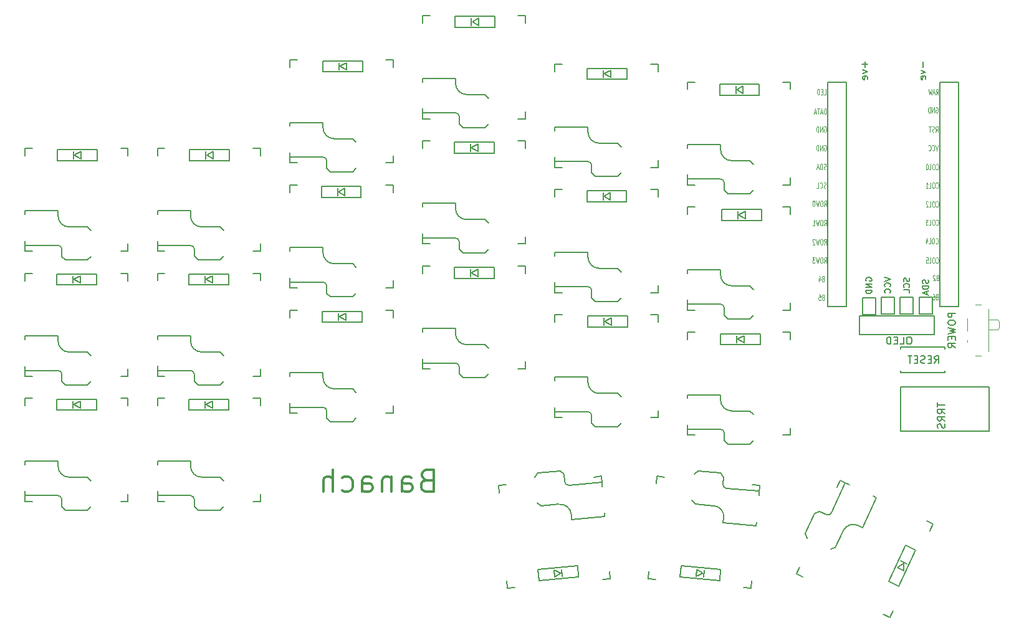
<source format=gbo>
%TF.GenerationSoftware,KiCad,Pcbnew,6.0.8-f2edbf62ab~116~ubuntu22.04.1*%
%TF.CreationDate,2022-10-26T10:35:28+11:00*%
%TF.ProjectId,banach,62616e61-6368-42e6-9b69-6361645f7063,rev1.0*%
%TF.SameCoordinates,Original*%
%TF.FileFunction,Legend,Bot*%
%TF.FilePolarity,Positive*%
%FSLAX46Y46*%
G04 Gerber Fmt 4.6, Leading zero omitted, Abs format (unit mm)*
G04 Created by KiCad (PCBNEW 6.0.8-f2edbf62ab~116~ubuntu22.04.1) date 2022-10-26 10:35:28*
%MOMM*%
%LPD*%
G01*
G04 APERTURE LIST*
%ADD10C,0.300000*%
%ADD11C,0.150000*%
%ADD12C,0.125000*%
%ADD13C,0.120000*%
G04 APERTURE END LIST*
D10*
X115438714Y-108497714D02*
X115010142Y-108640571D01*
X114867285Y-108783428D01*
X114724428Y-109069142D01*
X114724428Y-109497714D01*
X114867285Y-109783428D01*
X115010142Y-109926285D01*
X115295857Y-110069142D01*
X116438714Y-110069142D01*
X116438714Y-107069142D01*
X115438714Y-107069142D01*
X115153000Y-107212000D01*
X115010142Y-107354857D01*
X114867285Y-107640571D01*
X114867285Y-107926285D01*
X115010142Y-108212000D01*
X115153000Y-108354857D01*
X115438714Y-108497714D01*
X116438714Y-108497714D01*
X112153000Y-110069142D02*
X112153000Y-108497714D01*
X112295857Y-108212000D01*
X112581571Y-108069142D01*
X113153000Y-108069142D01*
X113438714Y-108212000D01*
X112153000Y-109926285D02*
X112438714Y-110069142D01*
X113153000Y-110069142D01*
X113438714Y-109926285D01*
X113581571Y-109640571D01*
X113581571Y-109354857D01*
X113438714Y-109069142D01*
X113153000Y-108926285D01*
X112438714Y-108926285D01*
X112153000Y-108783428D01*
X110724428Y-108069142D02*
X110724428Y-110069142D01*
X110724428Y-108354857D02*
X110581571Y-108212000D01*
X110295857Y-108069142D01*
X109867285Y-108069142D01*
X109581571Y-108212000D01*
X109438714Y-108497714D01*
X109438714Y-110069142D01*
X106724428Y-110069142D02*
X106724428Y-108497714D01*
X106867285Y-108212000D01*
X107153000Y-108069142D01*
X107724428Y-108069142D01*
X108010142Y-108212000D01*
X106724428Y-109926285D02*
X107010142Y-110069142D01*
X107724428Y-110069142D01*
X108010142Y-109926285D01*
X108153000Y-109640571D01*
X108153000Y-109354857D01*
X108010142Y-109069142D01*
X107724428Y-108926285D01*
X107010142Y-108926285D01*
X106724428Y-108783428D01*
X104010142Y-109926285D02*
X104295857Y-110069142D01*
X104867285Y-110069142D01*
X105153000Y-109926285D01*
X105295857Y-109783428D01*
X105438714Y-109497714D01*
X105438714Y-108640571D01*
X105295857Y-108354857D01*
X105153000Y-108212000D01*
X104867285Y-108069142D01*
X104295857Y-108069142D01*
X104010142Y-108212000D01*
X102724428Y-110069142D02*
X102724428Y-107069142D01*
X101438714Y-110069142D02*
X101438714Y-108497714D01*
X101581571Y-108212000D01*
X101867285Y-108069142D01*
X102295857Y-108069142D01*
X102581571Y-108212000D01*
X102724428Y-108354857D01*
D11*
%TO.C,J1*%
X184901480Y-97982595D02*
X184901480Y-98554023D01*
X185901480Y-98268309D02*
X184901480Y-98268309D01*
X185901480Y-99458785D02*
X185425290Y-99125452D01*
X185901480Y-98887357D02*
X184901480Y-98887357D01*
X184901480Y-99268309D01*
X184949100Y-99363547D01*
X184996719Y-99411166D01*
X185091957Y-99458785D01*
X185234814Y-99458785D01*
X185330052Y-99411166D01*
X185377671Y-99363547D01*
X185425290Y-99268309D01*
X185425290Y-98887357D01*
X185901480Y-100458785D02*
X185425290Y-100125452D01*
X185901480Y-99887357D02*
X184901480Y-99887357D01*
X184901480Y-100268309D01*
X184949100Y-100363547D01*
X184996719Y-100411166D01*
X185091957Y-100458785D01*
X185234814Y-100458785D01*
X185330052Y-100411166D01*
X185377671Y-100363547D01*
X185425290Y-100268309D01*
X185425290Y-99887357D01*
X185853861Y-100839738D02*
X185901480Y-100982595D01*
X185901480Y-101220690D01*
X185853861Y-101315928D01*
X185806242Y-101363547D01*
X185711004Y-101411166D01*
X185615766Y-101411166D01*
X185520528Y-101363547D01*
X185472909Y-101315928D01*
X185425290Y-101220690D01*
X185377671Y-101030214D01*
X185330052Y-100934976D01*
X185282433Y-100887357D01*
X185187195Y-100839738D01*
X185091957Y-100839738D01*
X184996719Y-100887357D01*
X184949100Y-100934976D01*
X184901480Y-101030214D01*
X184901480Y-101268309D01*
X184949100Y-101411166D01*
D12*
%TO.C,U1*%
X169490952Y-76505685D02*
X169657619Y-76148542D01*
X169776666Y-76505685D02*
X169776666Y-75755685D01*
X169586190Y-75755685D01*
X169538571Y-75791400D01*
X169514761Y-75827114D01*
X169490952Y-75898542D01*
X169490952Y-76005685D01*
X169514761Y-76077114D01*
X169538571Y-76112828D01*
X169586190Y-76148542D01*
X169776666Y-76148542D01*
X169181428Y-75755685D02*
X169086190Y-75755685D01*
X169038571Y-75791400D01*
X168990952Y-75862828D01*
X168967142Y-76005685D01*
X168967142Y-76255685D01*
X168990952Y-76398542D01*
X169038571Y-76469971D01*
X169086190Y-76505685D01*
X169181428Y-76505685D01*
X169229047Y-76469971D01*
X169276666Y-76398542D01*
X169300476Y-76255685D01*
X169300476Y-76005685D01*
X169276666Y-75862828D01*
X169229047Y-75791400D01*
X169181428Y-75755685D01*
X168800476Y-75755685D02*
X168681428Y-76505685D01*
X168586190Y-75969971D01*
X168490952Y-76505685D01*
X168371904Y-75755685D01*
X168205238Y-75827114D02*
X168181428Y-75791400D01*
X168133809Y-75755685D01*
X168014761Y-75755685D01*
X167967142Y-75791400D01*
X167943333Y-75827114D01*
X167919523Y-75898542D01*
X167919523Y-75969971D01*
X167943333Y-76077114D01*
X168229047Y-76505685D01*
X167919523Y-76505685D01*
X184707619Y-73795257D02*
X184731428Y-73830971D01*
X184802857Y-73866685D01*
X184850476Y-73866685D01*
X184921904Y-73830971D01*
X184969523Y-73759542D01*
X184993333Y-73688114D01*
X185017142Y-73545257D01*
X185017142Y-73438114D01*
X184993333Y-73295257D01*
X184969523Y-73223828D01*
X184921904Y-73152400D01*
X184850476Y-73116685D01*
X184802857Y-73116685D01*
X184731428Y-73152400D01*
X184707619Y-73188114D01*
X184398095Y-73116685D02*
X184302857Y-73116685D01*
X184255238Y-73152400D01*
X184207619Y-73223828D01*
X184183809Y-73366685D01*
X184183809Y-73616685D01*
X184207619Y-73759542D01*
X184255238Y-73830971D01*
X184302857Y-73866685D01*
X184398095Y-73866685D01*
X184445714Y-73830971D01*
X184493333Y-73759542D01*
X184517142Y-73616685D01*
X184517142Y-73366685D01*
X184493333Y-73223828D01*
X184445714Y-73152400D01*
X184398095Y-73116685D01*
X183731428Y-73866685D02*
X183969523Y-73866685D01*
X183969523Y-73116685D01*
X183612380Y-73116685D02*
X183302857Y-73116685D01*
X183469523Y-73402400D01*
X183398095Y-73402400D01*
X183350476Y-73438114D01*
X183326666Y-73473828D01*
X183302857Y-73545257D01*
X183302857Y-73723828D01*
X183326666Y-73795257D01*
X183350476Y-73830971D01*
X183398095Y-73866685D01*
X183540952Y-73866685D01*
X183588571Y-73830971D01*
X183612380Y-73795257D01*
X184696238Y-56122185D02*
X184862904Y-55765042D01*
X184981952Y-56122185D02*
X184981952Y-55372185D01*
X184791476Y-55372185D01*
X184743857Y-55407900D01*
X184720047Y-55443614D01*
X184696238Y-55515042D01*
X184696238Y-55622185D01*
X184720047Y-55693614D01*
X184743857Y-55729328D01*
X184791476Y-55765042D01*
X184981952Y-55765042D01*
X184505761Y-55907900D02*
X184267666Y-55907900D01*
X184553380Y-56122185D02*
X184386714Y-55372185D01*
X184220047Y-56122185D01*
X184101000Y-55372185D02*
X183981952Y-56122185D01*
X183886714Y-55586471D01*
X183791476Y-56122185D01*
X183672428Y-55372185D01*
X169432428Y-56122185D02*
X169670523Y-56122185D01*
X169670523Y-55372185D01*
X169265761Y-55729328D02*
X169099095Y-55729328D01*
X169027666Y-56122185D02*
X169265761Y-56122185D01*
X169265761Y-55372185D01*
X169027666Y-55372185D01*
X168813380Y-56122185D02*
X168813380Y-55372185D01*
X168694333Y-55372185D01*
X168622904Y-55407900D01*
X168575285Y-55479328D01*
X168551476Y-55550757D01*
X168527666Y-55693614D01*
X168527666Y-55800757D01*
X168551476Y-55943614D01*
X168575285Y-56015042D01*
X168622904Y-56086471D01*
X168694333Y-56122185D01*
X168813380Y-56122185D01*
X169706238Y-68786471D02*
X169634809Y-68822185D01*
X169515761Y-68822185D01*
X169468142Y-68786471D01*
X169444333Y-68750757D01*
X169420523Y-68679328D01*
X169420523Y-68607900D01*
X169444333Y-68536471D01*
X169468142Y-68500757D01*
X169515761Y-68465042D01*
X169611000Y-68429328D01*
X169658619Y-68393614D01*
X169682428Y-68357900D01*
X169706238Y-68286471D01*
X169706238Y-68215042D01*
X169682428Y-68143614D01*
X169658619Y-68107900D01*
X169611000Y-68072185D01*
X169491952Y-68072185D01*
X169420523Y-68107900D01*
X168920523Y-68750757D02*
X168944333Y-68786471D01*
X169015761Y-68822185D01*
X169063380Y-68822185D01*
X169134809Y-68786471D01*
X169182428Y-68715042D01*
X169206238Y-68643614D01*
X169230047Y-68500757D01*
X169230047Y-68393614D01*
X169206238Y-68250757D01*
X169182428Y-68179328D01*
X169134809Y-68107900D01*
X169063380Y-68072185D01*
X169015761Y-68072185D01*
X168944333Y-68107900D01*
X168920523Y-68143614D01*
X168468142Y-68822185D02*
X168706238Y-68822185D01*
X168706238Y-68072185D01*
X184807380Y-83605828D02*
X184735952Y-83641542D01*
X184712142Y-83677257D01*
X184688333Y-83748685D01*
X184688333Y-83855828D01*
X184712142Y-83927257D01*
X184735952Y-83962971D01*
X184783571Y-83998685D01*
X184974047Y-83998685D01*
X184974047Y-83248685D01*
X184807380Y-83248685D01*
X184759761Y-83284400D01*
X184735952Y-83320114D01*
X184712142Y-83391542D01*
X184712142Y-83462971D01*
X184735952Y-83534400D01*
X184759761Y-83570114D01*
X184807380Y-83605828D01*
X184974047Y-83605828D01*
X184259761Y-83248685D02*
X184355000Y-83248685D01*
X184402619Y-83284400D01*
X184426428Y-83320114D01*
X184474047Y-83427257D01*
X184497857Y-83570114D01*
X184497857Y-83855828D01*
X184474047Y-83927257D01*
X184450238Y-83962971D01*
X184402619Y-83998685D01*
X184307380Y-83998685D01*
X184259761Y-83962971D01*
X184235952Y-83927257D01*
X184212142Y-83855828D01*
X184212142Y-83677257D01*
X184235952Y-83605828D01*
X184259761Y-83570114D01*
X184307380Y-83534400D01*
X184402619Y-83534400D01*
X184450238Y-83570114D01*
X184474047Y-83605828D01*
X184497857Y-83677257D01*
X169490952Y-71298685D02*
X169657619Y-70941542D01*
X169776666Y-71298685D02*
X169776666Y-70548685D01*
X169586190Y-70548685D01*
X169538571Y-70584400D01*
X169514761Y-70620114D01*
X169490952Y-70691542D01*
X169490952Y-70798685D01*
X169514761Y-70870114D01*
X169538571Y-70905828D01*
X169586190Y-70941542D01*
X169776666Y-70941542D01*
X169181428Y-70548685D02*
X169086190Y-70548685D01*
X169038571Y-70584400D01*
X168990952Y-70655828D01*
X168967142Y-70798685D01*
X168967142Y-71048685D01*
X168990952Y-71191542D01*
X169038571Y-71262971D01*
X169086190Y-71298685D01*
X169181428Y-71298685D01*
X169229047Y-71262971D01*
X169276666Y-71191542D01*
X169300476Y-71048685D01*
X169300476Y-70798685D01*
X169276666Y-70655828D01*
X169229047Y-70584400D01*
X169181428Y-70548685D01*
X168800476Y-70548685D02*
X168681428Y-71298685D01*
X168586190Y-70762971D01*
X168490952Y-71298685D01*
X168371904Y-70548685D01*
X168086190Y-70548685D02*
X168038571Y-70548685D01*
X167990952Y-70584400D01*
X167967142Y-70620114D01*
X167943333Y-70691542D01*
X167919523Y-70834400D01*
X167919523Y-71012971D01*
X167943333Y-71155828D01*
X167967142Y-71227257D01*
X167990952Y-71262971D01*
X168038571Y-71298685D01*
X168086190Y-71298685D01*
X168133809Y-71262971D01*
X168157619Y-71227257D01*
X168181428Y-71155828D01*
X168205238Y-71012971D01*
X168205238Y-70834400D01*
X168181428Y-70691542D01*
X168157619Y-70620114D01*
X168133809Y-70584400D01*
X168086190Y-70548685D01*
X184707619Y-78945257D02*
X184731428Y-78980971D01*
X184802857Y-79016685D01*
X184850476Y-79016685D01*
X184921904Y-78980971D01*
X184969523Y-78909542D01*
X184993333Y-78838114D01*
X185017142Y-78695257D01*
X185017142Y-78588114D01*
X184993333Y-78445257D01*
X184969523Y-78373828D01*
X184921904Y-78302400D01*
X184850476Y-78266685D01*
X184802857Y-78266685D01*
X184731428Y-78302400D01*
X184707619Y-78338114D01*
X184398095Y-78266685D02*
X184302857Y-78266685D01*
X184255238Y-78302400D01*
X184207619Y-78373828D01*
X184183809Y-78516685D01*
X184183809Y-78766685D01*
X184207619Y-78909542D01*
X184255238Y-78980971D01*
X184302857Y-79016685D01*
X184398095Y-79016685D01*
X184445714Y-78980971D01*
X184493333Y-78909542D01*
X184517142Y-78766685D01*
X184517142Y-78516685D01*
X184493333Y-78373828D01*
X184445714Y-78302400D01*
X184398095Y-78266685D01*
X183731428Y-79016685D02*
X183969523Y-79016685D01*
X183969523Y-78266685D01*
X183326666Y-78266685D02*
X183564761Y-78266685D01*
X183588571Y-78623828D01*
X183564761Y-78588114D01*
X183517142Y-78552400D01*
X183398095Y-78552400D01*
X183350476Y-78588114D01*
X183326666Y-78623828D01*
X183302857Y-78695257D01*
X183302857Y-78873828D01*
X183326666Y-78945257D01*
X183350476Y-78980971D01*
X183398095Y-79016685D01*
X183517142Y-79016685D01*
X183564761Y-78980971D01*
X183588571Y-78945257D01*
D11*
D12*
X169710000Y-58766685D02*
X169710000Y-58016685D01*
X169590952Y-58016685D01*
X169519523Y-58052400D01*
X169471904Y-58123828D01*
X169448095Y-58195257D01*
X169424285Y-58338114D01*
X169424285Y-58445257D01*
X169448095Y-58588114D01*
X169471904Y-58659542D01*
X169519523Y-58730971D01*
X169590952Y-58766685D01*
X169710000Y-58766685D01*
X169233809Y-58552400D02*
X168995714Y-58552400D01*
X169281428Y-58766685D02*
X169114761Y-58016685D01*
X168948095Y-58766685D01*
X168852857Y-58016685D02*
X168567142Y-58016685D01*
X168710000Y-58766685D02*
X168710000Y-58016685D01*
X168424285Y-58552400D02*
X168186190Y-58552400D01*
X168471904Y-58766685D02*
X168305238Y-58016685D01*
X168138571Y-58766685D01*
X184954166Y-62992185D02*
X184787500Y-63742185D01*
X184620833Y-62992185D01*
X184168452Y-63670757D02*
X184192261Y-63706471D01*
X184263690Y-63742185D01*
X184311309Y-63742185D01*
X184382738Y-63706471D01*
X184430357Y-63635042D01*
X184454166Y-63563614D01*
X184477976Y-63420757D01*
X184477976Y-63313614D01*
X184454166Y-63170757D01*
X184430357Y-63099328D01*
X184382738Y-63027900D01*
X184311309Y-62992185D01*
X184263690Y-62992185D01*
X184192261Y-63027900D01*
X184168452Y-63063614D01*
X183668452Y-63670757D02*
X183692261Y-63706471D01*
X183763690Y-63742185D01*
X183811309Y-63742185D01*
X183882738Y-63706471D01*
X183930357Y-63635042D01*
X183954166Y-63563614D01*
X183977976Y-63420757D01*
X183977976Y-63313614D01*
X183954166Y-63170757D01*
X183930357Y-63099328D01*
X183882738Y-63027900D01*
X183811309Y-62992185D01*
X183763690Y-62992185D01*
X183692261Y-63027900D01*
X183668452Y-63063614D01*
X184870880Y-81002328D02*
X184799452Y-81038042D01*
X184775642Y-81073757D01*
X184751833Y-81145185D01*
X184751833Y-81252328D01*
X184775642Y-81323757D01*
X184799452Y-81359471D01*
X184847071Y-81395185D01*
X185037547Y-81395185D01*
X185037547Y-80645185D01*
X184870880Y-80645185D01*
X184823261Y-80680900D01*
X184799452Y-80716614D01*
X184775642Y-80788042D01*
X184775642Y-80859471D01*
X184799452Y-80930900D01*
X184823261Y-80966614D01*
X184870880Y-81002328D01*
X185037547Y-81002328D01*
X184561357Y-80716614D02*
X184537547Y-80680900D01*
X184489928Y-80645185D01*
X184370880Y-80645185D01*
X184323261Y-80680900D01*
X184299452Y-80716614D01*
X184275642Y-80788042D01*
X184275642Y-80859471D01*
X184299452Y-80966614D01*
X184585166Y-81395185D01*
X184275642Y-81395185D01*
X169491952Y-60487900D02*
X169539571Y-60452185D01*
X169611000Y-60452185D01*
X169682428Y-60487900D01*
X169730047Y-60559328D01*
X169753857Y-60630757D01*
X169777666Y-60773614D01*
X169777666Y-60880757D01*
X169753857Y-61023614D01*
X169730047Y-61095042D01*
X169682428Y-61166471D01*
X169611000Y-61202185D01*
X169563380Y-61202185D01*
X169491952Y-61166471D01*
X169468142Y-61130757D01*
X169468142Y-60880757D01*
X169563380Y-60880757D01*
X169253857Y-61202185D02*
X169253857Y-60452185D01*
X168968142Y-61202185D01*
X168968142Y-60452185D01*
X168730047Y-61202185D02*
X168730047Y-60452185D01*
X168611000Y-60452185D01*
X168539571Y-60487900D01*
X168491952Y-60559328D01*
X168468142Y-60630757D01*
X168444333Y-60773614D01*
X168444333Y-60880757D01*
X168468142Y-61023614D01*
X168491952Y-61095042D01*
X168539571Y-61166471D01*
X168611000Y-61202185D01*
X168730047Y-61202185D01*
X184657619Y-76307257D02*
X184681428Y-76342971D01*
X184752857Y-76378685D01*
X184800476Y-76378685D01*
X184871904Y-76342971D01*
X184919523Y-76271542D01*
X184943333Y-76200114D01*
X184967142Y-76057257D01*
X184967142Y-75950114D01*
X184943333Y-75807257D01*
X184919523Y-75735828D01*
X184871904Y-75664400D01*
X184800476Y-75628685D01*
X184752857Y-75628685D01*
X184681428Y-75664400D01*
X184657619Y-75700114D01*
X184348095Y-75628685D02*
X184252857Y-75628685D01*
X184205238Y-75664400D01*
X184157619Y-75735828D01*
X184133809Y-75878685D01*
X184133809Y-76128685D01*
X184157619Y-76271542D01*
X184205238Y-76342971D01*
X184252857Y-76378685D01*
X184348095Y-76378685D01*
X184395714Y-76342971D01*
X184443333Y-76271542D01*
X184467142Y-76128685D01*
X184467142Y-75878685D01*
X184443333Y-75735828D01*
X184395714Y-75664400D01*
X184348095Y-75628685D01*
X183681428Y-76378685D02*
X183919523Y-76378685D01*
X183919523Y-75628685D01*
X183300476Y-75878685D02*
X183300476Y-76378685D01*
X183419523Y-75592971D02*
X183538571Y-76128685D01*
X183229047Y-76128685D01*
X169718142Y-66246471D02*
X169646714Y-66282185D01*
X169527666Y-66282185D01*
X169480047Y-66246471D01*
X169456238Y-66210757D01*
X169432428Y-66139328D01*
X169432428Y-66067900D01*
X169456238Y-65996471D01*
X169480047Y-65960757D01*
X169527666Y-65925042D01*
X169622904Y-65889328D01*
X169670523Y-65853614D01*
X169694333Y-65817900D01*
X169718142Y-65746471D01*
X169718142Y-65675042D01*
X169694333Y-65603614D01*
X169670523Y-65567900D01*
X169622904Y-65532185D01*
X169503857Y-65532185D01*
X169432428Y-65567900D01*
X169218142Y-66282185D02*
X169218142Y-65532185D01*
X169099095Y-65532185D01*
X169027666Y-65567900D01*
X168980047Y-65639328D01*
X168956238Y-65710757D01*
X168932428Y-65853614D01*
X168932428Y-65960757D01*
X168956238Y-66103614D01*
X168980047Y-66175042D01*
X169027666Y-66246471D01*
X169099095Y-66282185D01*
X169218142Y-66282185D01*
X168741952Y-66067900D02*
X168503857Y-66067900D01*
X168789571Y-66282185D02*
X168622904Y-65532185D01*
X168456238Y-66282185D01*
X184624809Y-61202185D02*
X184791476Y-60845042D01*
X184910523Y-61202185D02*
X184910523Y-60452185D01*
X184720047Y-60452185D01*
X184672428Y-60487900D01*
X184648619Y-60523614D01*
X184624809Y-60595042D01*
X184624809Y-60702185D01*
X184648619Y-60773614D01*
X184672428Y-60809328D01*
X184720047Y-60845042D01*
X184910523Y-60845042D01*
X184434333Y-61166471D02*
X184362904Y-61202185D01*
X184243857Y-61202185D01*
X184196238Y-61166471D01*
X184172428Y-61130757D01*
X184148619Y-61059328D01*
X184148619Y-60987900D01*
X184172428Y-60916471D01*
X184196238Y-60880757D01*
X184243857Y-60845042D01*
X184339095Y-60809328D01*
X184386714Y-60773614D01*
X184410523Y-60737900D01*
X184434333Y-60666471D01*
X184434333Y-60595042D01*
X184410523Y-60523614D01*
X184386714Y-60487900D01*
X184339095Y-60452185D01*
X184220047Y-60452185D01*
X184148619Y-60487900D01*
X184005761Y-60452185D02*
X183720047Y-60452185D01*
X183862904Y-61202185D02*
X183862904Y-60452185D01*
X184707619Y-68750757D02*
X184731428Y-68786471D01*
X184802857Y-68822185D01*
X184850476Y-68822185D01*
X184921904Y-68786471D01*
X184969523Y-68715042D01*
X184993333Y-68643614D01*
X185017142Y-68500757D01*
X185017142Y-68393614D01*
X184993333Y-68250757D01*
X184969523Y-68179328D01*
X184921904Y-68107900D01*
X184850476Y-68072185D01*
X184802857Y-68072185D01*
X184731428Y-68107900D01*
X184707619Y-68143614D01*
X184398095Y-68072185D02*
X184302857Y-68072185D01*
X184255238Y-68107900D01*
X184207619Y-68179328D01*
X184183809Y-68322185D01*
X184183809Y-68572185D01*
X184207619Y-68715042D01*
X184255238Y-68786471D01*
X184302857Y-68822185D01*
X184398095Y-68822185D01*
X184445714Y-68786471D01*
X184493333Y-68715042D01*
X184517142Y-68572185D01*
X184517142Y-68322185D01*
X184493333Y-68179328D01*
X184445714Y-68107900D01*
X184398095Y-68072185D01*
X183731428Y-68822185D02*
X183969523Y-68822185D01*
X183969523Y-68072185D01*
X183302857Y-68822185D02*
X183588571Y-68822185D01*
X183445714Y-68822185D02*
X183445714Y-68072185D01*
X183493333Y-68179328D01*
X183540952Y-68250757D01*
X183588571Y-68286471D01*
X184668452Y-57884400D02*
X184716071Y-57848685D01*
X184787500Y-57848685D01*
X184858928Y-57884400D01*
X184906547Y-57955828D01*
X184930357Y-58027257D01*
X184954166Y-58170114D01*
X184954166Y-58277257D01*
X184930357Y-58420114D01*
X184906547Y-58491542D01*
X184858928Y-58562971D01*
X184787500Y-58598685D01*
X184739880Y-58598685D01*
X184668452Y-58562971D01*
X184644642Y-58527257D01*
X184644642Y-58277257D01*
X184739880Y-58277257D01*
X184430357Y-58598685D02*
X184430357Y-57848685D01*
X184144642Y-58598685D01*
X184144642Y-57848685D01*
X183906547Y-58598685D02*
X183906547Y-57848685D01*
X183787500Y-57848685D01*
X183716071Y-57884400D01*
X183668452Y-57955828D01*
X183644642Y-58027257D01*
X183620833Y-58170114D01*
X183620833Y-58277257D01*
X183644642Y-58420114D01*
X183668452Y-58491542D01*
X183716071Y-58562971D01*
X183787500Y-58598685D01*
X183906547Y-58598685D01*
X184707619Y-71295257D02*
X184731428Y-71330971D01*
X184802857Y-71366685D01*
X184850476Y-71366685D01*
X184921904Y-71330971D01*
X184969523Y-71259542D01*
X184993333Y-71188114D01*
X185017142Y-71045257D01*
X185017142Y-70938114D01*
X184993333Y-70795257D01*
X184969523Y-70723828D01*
X184921904Y-70652400D01*
X184850476Y-70616685D01*
X184802857Y-70616685D01*
X184731428Y-70652400D01*
X184707619Y-70688114D01*
X184398095Y-70616685D02*
X184302857Y-70616685D01*
X184255238Y-70652400D01*
X184207619Y-70723828D01*
X184183809Y-70866685D01*
X184183809Y-71116685D01*
X184207619Y-71259542D01*
X184255238Y-71330971D01*
X184302857Y-71366685D01*
X184398095Y-71366685D01*
X184445714Y-71330971D01*
X184493333Y-71259542D01*
X184517142Y-71116685D01*
X184517142Y-70866685D01*
X184493333Y-70723828D01*
X184445714Y-70652400D01*
X184398095Y-70616685D01*
X183731428Y-71366685D02*
X183969523Y-71366685D01*
X183969523Y-70616685D01*
X183588571Y-70688114D02*
X183564761Y-70652400D01*
X183517142Y-70616685D01*
X183398095Y-70616685D01*
X183350476Y-70652400D01*
X183326666Y-70688114D01*
X183302857Y-70759542D01*
X183302857Y-70830971D01*
X183326666Y-70938114D01*
X183612380Y-71366685D01*
X183302857Y-71366685D01*
X169491952Y-63027900D02*
X169539571Y-62992185D01*
X169611000Y-62992185D01*
X169682428Y-63027900D01*
X169730047Y-63099328D01*
X169753857Y-63170757D01*
X169777666Y-63313614D01*
X169777666Y-63420757D01*
X169753857Y-63563614D01*
X169730047Y-63635042D01*
X169682428Y-63706471D01*
X169611000Y-63742185D01*
X169563380Y-63742185D01*
X169491952Y-63706471D01*
X169468142Y-63670757D01*
X169468142Y-63420757D01*
X169563380Y-63420757D01*
X169253857Y-63742185D02*
X169253857Y-62992185D01*
X168968142Y-63742185D01*
X168968142Y-62992185D01*
X168730047Y-63742185D02*
X168730047Y-62992185D01*
X168611000Y-62992185D01*
X168539571Y-63027900D01*
X168491952Y-63099328D01*
X168468142Y-63170757D01*
X168444333Y-63313614D01*
X168444333Y-63420757D01*
X168468142Y-63563614D01*
X168491952Y-63635042D01*
X168539571Y-63706471D01*
X168611000Y-63742185D01*
X168730047Y-63742185D01*
X169490952Y-79016685D02*
X169657619Y-78659542D01*
X169776666Y-79016685D02*
X169776666Y-78266685D01*
X169586190Y-78266685D01*
X169538571Y-78302400D01*
X169514761Y-78338114D01*
X169490952Y-78409542D01*
X169490952Y-78516685D01*
X169514761Y-78588114D01*
X169538571Y-78623828D01*
X169586190Y-78659542D01*
X169776666Y-78659542D01*
X169181428Y-78266685D02*
X169086190Y-78266685D01*
X169038571Y-78302400D01*
X168990952Y-78373828D01*
X168967142Y-78516685D01*
X168967142Y-78766685D01*
X168990952Y-78909542D01*
X169038571Y-78980971D01*
X169086190Y-79016685D01*
X169181428Y-79016685D01*
X169229047Y-78980971D01*
X169276666Y-78909542D01*
X169300476Y-78766685D01*
X169300476Y-78516685D01*
X169276666Y-78373828D01*
X169229047Y-78302400D01*
X169181428Y-78266685D01*
X168800476Y-78266685D02*
X168681428Y-79016685D01*
X168586190Y-78480971D01*
X168490952Y-79016685D01*
X168371904Y-78266685D01*
X168229047Y-78266685D02*
X167919523Y-78266685D01*
X168086190Y-78552400D01*
X168014761Y-78552400D01*
X167967142Y-78588114D01*
X167943333Y-78623828D01*
X167919523Y-78695257D01*
X167919523Y-78873828D01*
X167943333Y-78945257D01*
X167967142Y-78980971D01*
X168014761Y-79016685D01*
X168157619Y-79016685D01*
X168205238Y-78980971D01*
X168229047Y-78945257D01*
X169313380Y-81129328D02*
X169241952Y-81165042D01*
X169218142Y-81200757D01*
X169194333Y-81272185D01*
X169194333Y-81379328D01*
X169218142Y-81450757D01*
X169241952Y-81486471D01*
X169289571Y-81522185D01*
X169480047Y-81522185D01*
X169480047Y-80772185D01*
X169313380Y-80772185D01*
X169265761Y-80807900D01*
X169241952Y-80843614D01*
X169218142Y-80915042D01*
X169218142Y-80986471D01*
X169241952Y-81057900D01*
X169265761Y-81093614D01*
X169313380Y-81129328D01*
X169480047Y-81129328D01*
X168765761Y-81022185D02*
X168765761Y-81522185D01*
X168884809Y-80736471D02*
X169003857Y-81272185D01*
X168694333Y-81272185D01*
X184707619Y-66245257D02*
X184731428Y-66280971D01*
X184802857Y-66316685D01*
X184850476Y-66316685D01*
X184921904Y-66280971D01*
X184969523Y-66209542D01*
X184993333Y-66138114D01*
X185017142Y-65995257D01*
X185017142Y-65888114D01*
X184993333Y-65745257D01*
X184969523Y-65673828D01*
X184921904Y-65602400D01*
X184850476Y-65566685D01*
X184802857Y-65566685D01*
X184731428Y-65602400D01*
X184707619Y-65638114D01*
X184398095Y-65566685D02*
X184302857Y-65566685D01*
X184255238Y-65602400D01*
X184207619Y-65673828D01*
X184183809Y-65816685D01*
X184183809Y-66066685D01*
X184207619Y-66209542D01*
X184255238Y-66280971D01*
X184302857Y-66316685D01*
X184398095Y-66316685D01*
X184445714Y-66280971D01*
X184493333Y-66209542D01*
X184517142Y-66066685D01*
X184517142Y-65816685D01*
X184493333Y-65673828D01*
X184445714Y-65602400D01*
X184398095Y-65566685D01*
X183731428Y-66316685D02*
X183969523Y-66316685D01*
X183969523Y-65566685D01*
X183469523Y-65566685D02*
X183421904Y-65566685D01*
X183374285Y-65602400D01*
X183350476Y-65638114D01*
X183326666Y-65709542D01*
X183302857Y-65852400D01*
X183302857Y-66030971D01*
X183326666Y-66173828D01*
X183350476Y-66245257D01*
X183374285Y-66280971D01*
X183421904Y-66316685D01*
X183469523Y-66316685D01*
X183517142Y-66280971D01*
X183540952Y-66245257D01*
X183564761Y-66173828D01*
X183588571Y-66030971D01*
X183588571Y-65852400D01*
X183564761Y-65709542D01*
X183540952Y-65638114D01*
X183517142Y-65602400D01*
X183469523Y-65566685D01*
X169490952Y-73902185D02*
X169657619Y-73545042D01*
X169776666Y-73902185D02*
X169776666Y-73152185D01*
X169586190Y-73152185D01*
X169538571Y-73187900D01*
X169514761Y-73223614D01*
X169490952Y-73295042D01*
X169490952Y-73402185D01*
X169514761Y-73473614D01*
X169538571Y-73509328D01*
X169586190Y-73545042D01*
X169776666Y-73545042D01*
X169181428Y-73152185D02*
X169086190Y-73152185D01*
X169038571Y-73187900D01*
X168990952Y-73259328D01*
X168967142Y-73402185D01*
X168967142Y-73652185D01*
X168990952Y-73795042D01*
X169038571Y-73866471D01*
X169086190Y-73902185D01*
X169181428Y-73902185D01*
X169229047Y-73866471D01*
X169276666Y-73795042D01*
X169300476Y-73652185D01*
X169300476Y-73402185D01*
X169276666Y-73259328D01*
X169229047Y-73187900D01*
X169181428Y-73152185D01*
X168800476Y-73152185D02*
X168681428Y-73902185D01*
X168586190Y-73366471D01*
X168490952Y-73902185D01*
X168371904Y-73152185D01*
X167919523Y-73902185D02*
X168205238Y-73902185D01*
X168062380Y-73902185D02*
X168062380Y-73152185D01*
X168110000Y-73259328D01*
X168157619Y-73330757D01*
X168205238Y-73366471D01*
D11*
D12*
X169313380Y-83669328D02*
X169241952Y-83705042D01*
X169218142Y-83740757D01*
X169194333Y-83812185D01*
X169194333Y-83919328D01*
X169218142Y-83990757D01*
X169241952Y-84026471D01*
X169289571Y-84062185D01*
X169480047Y-84062185D01*
X169480047Y-83312185D01*
X169313380Y-83312185D01*
X169265761Y-83347900D01*
X169241952Y-83383614D01*
X169218142Y-83455042D01*
X169218142Y-83526471D01*
X169241952Y-83597900D01*
X169265761Y-83633614D01*
X169313380Y-83669328D01*
X169480047Y-83669328D01*
X168741952Y-83312185D02*
X168980047Y-83312185D01*
X169003857Y-83669328D01*
X168980047Y-83633614D01*
X168932428Y-83597900D01*
X168813380Y-83597900D01*
X168765761Y-83633614D01*
X168741952Y-83669328D01*
X168718142Y-83740757D01*
X168718142Y-83919328D01*
X168741952Y-83990757D01*
X168765761Y-84026471D01*
X168813380Y-84062185D01*
X168932428Y-84062185D01*
X168980047Y-84026471D01*
X169003857Y-83990757D01*
D11*
%TO.C,J2*%
X181122380Y-89032380D02*
X180931904Y-89032380D01*
X180836666Y-89080000D01*
X180741428Y-89175238D01*
X180693809Y-89365714D01*
X180693809Y-89699047D01*
X180741428Y-89889523D01*
X180836666Y-89984761D01*
X180931904Y-90032380D01*
X181122380Y-90032380D01*
X181217619Y-89984761D01*
X181312857Y-89889523D01*
X181360476Y-89699047D01*
X181360476Y-89365714D01*
X181312857Y-89175238D01*
X181217619Y-89080000D01*
X181122380Y-89032380D01*
X179789047Y-90032380D02*
X180265238Y-90032380D01*
X180265238Y-89032380D01*
X179455714Y-89508571D02*
X179122380Y-89508571D01*
X178979523Y-90032380D02*
X179455714Y-90032380D01*
X179455714Y-89032380D01*
X178979523Y-89032380D01*
X178550952Y-90032380D02*
X178550952Y-89032380D01*
X178312857Y-89032380D01*
X178170000Y-89080000D01*
X178074761Y-89175238D01*
X178027142Y-89270476D01*
X177979523Y-89460952D01*
X177979523Y-89603809D01*
X178027142Y-89794285D01*
X178074761Y-89889523D01*
X178170000Y-89984761D01*
X178312857Y-90032380D01*
X178550952Y-90032380D01*
%TO.C,RSW1*%
X184479380Y-92602380D02*
X184812714Y-92126190D01*
X185050809Y-92602380D02*
X185050809Y-91602380D01*
X184669857Y-91602380D01*
X184574619Y-91650000D01*
X184527000Y-91697619D01*
X184479380Y-91792857D01*
X184479380Y-91935714D01*
X184527000Y-92030952D01*
X184574619Y-92078571D01*
X184669857Y-92126190D01*
X185050809Y-92126190D01*
X184050809Y-92078571D02*
X183717476Y-92078571D01*
X183574619Y-92602380D02*
X184050809Y-92602380D01*
X184050809Y-91602380D01*
X183574619Y-91602380D01*
X183193666Y-92554761D02*
X183050809Y-92602380D01*
X182812714Y-92602380D01*
X182717476Y-92554761D01*
X182669857Y-92507142D01*
X182622238Y-92411904D01*
X182622238Y-92316666D01*
X182669857Y-92221428D01*
X182717476Y-92173809D01*
X182812714Y-92126190D01*
X183003190Y-92078571D01*
X183098428Y-92030952D01*
X183146047Y-91983333D01*
X183193666Y-91888095D01*
X183193666Y-91792857D01*
X183146047Y-91697619D01*
X183098428Y-91650000D01*
X183003190Y-91602380D01*
X182765095Y-91602380D01*
X182622238Y-91650000D01*
X182193666Y-92078571D02*
X181860333Y-92078571D01*
X181717476Y-92602380D02*
X182193666Y-92602380D01*
X182193666Y-91602380D01*
X181717476Y-91602380D01*
X181431761Y-91602380D02*
X180860333Y-91602380D01*
X181146047Y-92602380D02*
X181146047Y-91602380D01*
%TO.C,JP64*%
X177684895Y-80949666D02*
X178497695Y-81220600D01*
X177684895Y-81491533D01*
X178420285Y-82226923D02*
X178458990Y-82188219D01*
X178497695Y-82072104D01*
X178497695Y-81994695D01*
X178458990Y-81878580D01*
X178381580Y-81801171D01*
X178304171Y-81762466D01*
X178149352Y-81723761D01*
X178033238Y-81723761D01*
X177878419Y-81762466D01*
X177801009Y-81801171D01*
X177723600Y-81878580D01*
X177684895Y-81994695D01*
X177684895Y-82072104D01*
X177723600Y-82188219D01*
X177762304Y-82226923D01*
X178420285Y-83039723D02*
X178458990Y-83001019D01*
X178497695Y-82884904D01*
X178497695Y-82807495D01*
X178458990Y-82691380D01*
X178381580Y-82613971D01*
X178304171Y-82575266D01*
X178149352Y-82536561D01*
X178033238Y-82536561D01*
X177878419Y-82575266D01*
X177801009Y-82613971D01*
X177723600Y-82691380D01*
X177684895Y-82807495D01*
X177684895Y-82884904D01*
X177723600Y-83001019D01*
X177762304Y-83039723D01*
%TO.C,JP62*%
X175173600Y-81443723D02*
X175134895Y-81366314D01*
X175134895Y-81250200D01*
X175173600Y-81134085D01*
X175251009Y-81056676D01*
X175328419Y-81017971D01*
X175483238Y-80979266D01*
X175599352Y-80979266D01*
X175754171Y-81017971D01*
X175831580Y-81056676D01*
X175908990Y-81134085D01*
X175947695Y-81250200D01*
X175947695Y-81327609D01*
X175908990Y-81443723D01*
X175870285Y-81482428D01*
X175599352Y-81482428D01*
X175599352Y-81327609D01*
X175947695Y-81830771D02*
X175134895Y-81830771D01*
X175947695Y-82295228D01*
X175134895Y-82295228D01*
X175947695Y-82682276D02*
X175134895Y-82682276D01*
X175134895Y-82875800D01*
X175173600Y-82991914D01*
X175251009Y-83069323D01*
X175328419Y-83108028D01*
X175483238Y-83146733D01*
X175599352Y-83146733D01*
X175754171Y-83108028D01*
X175831580Y-83069323D01*
X175908990Y-82991914D01*
X175947695Y-82875800D01*
X175947695Y-82682276D01*
%TO.C,JP6*%
X183618990Y-81306066D02*
X183657695Y-81422180D01*
X183657695Y-81615704D01*
X183618990Y-81693114D01*
X183580285Y-81731819D01*
X183502876Y-81770523D01*
X183425466Y-81770523D01*
X183348057Y-81731819D01*
X183309352Y-81693114D01*
X183270647Y-81615704D01*
X183231942Y-81460885D01*
X183193238Y-81383476D01*
X183154533Y-81344771D01*
X183077123Y-81306066D01*
X182999714Y-81306066D01*
X182922304Y-81344771D01*
X182883600Y-81383476D01*
X182844895Y-81460885D01*
X182844895Y-81654409D01*
X182883600Y-81770523D01*
X183657695Y-82118866D02*
X182844895Y-82118866D01*
X182844895Y-82312390D01*
X182883600Y-82428504D01*
X182961009Y-82505914D01*
X183038419Y-82544619D01*
X183193238Y-82583323D01*
X183309352Y-82583323D01*
X183464171Y-82544619D01*
X183541580Y-82505914D01*
X183618990Y-82428504D01*
X183657695Y-82312390D01*
X183657695Y-82118866D01*
X183425466Y-82892961D02*
X183425466Y-83280009D01*
X183657695Y-82815552D02*
X182844895Y-83086485D01*
X183657695Y-83357419D01*
%TO.C,JP66*%
X181038990Y-81035780D02*
X181077695Y-81151895D01*
X181077695Y-81345419D01*
X181038990Y-81422828D01*
X181000285Y-81461533D01*
X180922876Y-81500238D01*
X180845466Y-81500238D01*
X180768057Y-81461533D01*
X180729352Y-81422828D01*
X180690647Y-81345419D01*
X180651942Y-81190600D01*
X180613238Y-81113190D01*
X180574533Y-81074485D01*
X180497123Y-81035780D01*
X180419714Y-81035780D01*
X180342304Y-81074485D01*
X180303600Y-81113190D01*
X180264895Y-81190600D01*
X180264895Y-81384123D01*
X180303600Y-81500238D01*
X181000285Y-82313038D02*
X181038990Y-82274333D01*
X181077695Y-82158219D01*
X181077695Y-82080809D01*
X181038990Y-81964695D01*
X180961580Y-81887285D01*
X180884171Y-81848580D01*
X180729352Y-81809876D01*
X180613238Y-81809876D01*
X180458419Y-81848580D01*
X180381009Y-81887285D01*
X180303600Y-81964695D01*
X180264895Y-82080809D01*
X180264895Y-82158219D01*
X180303600Y-82274333D01*
X180342304Y-82313038D01*
X181077695Y-83048428D02*
X181077695Y-82661380D01*
X180264895Y-82661380D01*
%TO.C,POWER*%
X187312380Y-85820476D02*
X186312380Y-85820476D01*
X186312380Y-86201428D01*
X186360000Y-86296666D01*
X186407619Y-86344285D01*
X186502857Y-86391904D01*
X186645714Y-86391904D01*
X186740952Y-86344285D01*
X186788571Y-86296666D01*
X186836190Y-86201428D01*
X186836190Y-85820476D01*
X186312380Y-87010952D02*
X186312380Y-87201428D01*
X186360000Y-87296666D01*
X186455238Y-87391904D01*
X186645714Y-87439523D01*
X186979047Y-87439523D01*
X187169523Y-87391904D01*
X187264761Y-87296666D01*
X187312380Y-87201428D01*
X187312380Y-87010952D01*
X187264761Y-86915714D01*
X187169523Y-86820476D01*
X186979047Y-86772857D01*
X186645714Y-86772857D01*
X186455238Y-86820476D01*
X186360000Y-86915714D01*
X186312380Y-87010952D01*
X186312380Y-87772857D02*
X187312380Y-88010952D01*
X186598095Y-88201428D01*
X187312380Y-88391904D01*
X186312380Y-88630000D01*
X186788571Y-89010952D02*
X186788571Y-89344285D01*
X187312380Y-89487142D02*
X187312380Y-89010952D01*
X186312380Y-89010952D01*
X186312380Y-89487142D01*
X187312380Y-90487142D02*
X186836190Y-90153809D01*
X187312380Y-89915714D02*
X186312380Y-89915714D01*
X186312380Y-90296666D01*
X186360000Y-90391904D01*
X186407619Y-90439523D01*
X186502857Y-90487142D01*
X186645714Y-90487142D01*
X186740952Y-90439523D01*
X186788571Y-90391904D01*
X186836190Y-90296666D01*
X186836190Y-89915714D01*
%TO.C,+ve*%
X175017428Y-51641523D02*
X175017428Y-52403428D01*
X175398380Y-52022476D02*
X174636476Y-52022476D01*
X174731714Y-52784380D02*
X175398380Y-53022476D01*
X174731714Y-53260571D01*
X175350761Y-54022476D02*
X175398380Y-53927238D01*
X175398380Y-53736761D01*
X175350761Y-53641523D01*
X175255523Y-53593904D01*
X174874571Y-53593904D01*
X174779333Y-53641523D01*
X174731714Y-53736761D01*
X174731714Y-53927238D01*
X174779333Y-54022476D01*
X174874571Y-54070095D01*
X174969809Y-54070095D01*
X175065047Y-53593904D01*
%TO.C,-ve*%
X182911428Y-51661523D02*
X182911428Y-52423428D01*
X182625714Y-52804380D02*
X183292380Y-53042476D01*
X182625714Y-53280571D01*
X183244761Y-54042476D02*
X183292380Y-53947238D01*
X183292380Y-53756761D01*
X183244761Y-53661523D01*
X183149523Y-53613904D01*
X182768571Y-53613904D01*
X182673333Y-53661523D01*
X182625714Y-53756761D01*
X182625714Y-53947238D01*
X182673333Y-54042476D01*
X182768571Y-54090095D01*
X182863809Y-54090095D01*
X182959047Y-53613904D01*
%TO.C,D2*%
X83304400Y-65062800D02*
X88704400Y-65062800D01*
X86504400Y-64812800D02*
X85604400Y-64312800D01*
X88704400Y-65062800D02*
X88704400Y-63562800D01*
X83304400Y-63562800D02*
X83304400Y-65062800D01*
X86504400Y-63812800D02*
X86504400Y-64812800D01*
X85604400Y-64312800D02*
X86504400Y-63812800D01*
X88704400Y-63562800D02*
X83304400Y-63562800D01*
X85504400Y-63812800D02*
X85504400Y-64812800D01*
%TO.C,D3*%
X104589200Y-52773200D02*
X103689200Y-52273200D01*
X106789200Y-53023200D02*
X106789200Y-51523200D01*
X106789200Y-51523200D02*
X101389200Y-51523200D01*
X101389200Y-53023200D02*
X106789200Y-53023200D01*
X101389200Y-51523200D02*
X101389200Y-53023200D01*
X104589200Y-51773200D02*
X104589200Y-52773200D01*
X103689200Y-52273200D02*
X104589200Y-51773200D01*
X103589200Y-51773200D02*
X103589200Y-52773200D01*
%TO.C,D4*%
X121572400Y-45728000D02*
X121572400Y-46728000D01*
X122572400Y-46728000D02*
X121672400Y-46228000D01*
X124772400Y-45478000D02*
X119372400Y-45478000D01*
X122572400Y-45728000D02*
X122572400Y-46728000D01*
X119372400Y-45478000D02*
X119372400Y-46978000D01*
X121672400Y-46228000D02*
X122572400Y-45728000D01*
X124772400Y-46978000D02*
X124772400Y-45478000D01*
X119372400Y-46978000D02*
X124772400Y-46978000D01*
%TO.C,D5*%
X139604800Y-53289200D02*
X140504800Y-52789200D01*
X139504800Y-52789200D02*
X139504800Y-53789200D01*
X142704800Y-54039200D02*
X142704800Y-52539200D01*
X140504800Y-53789200D02*
X139604800Y-53289200D01*
X142704800Y-52539200D02*
X137304800Y-52539200D01*
X137304800Y-54039200D02*
X142704800Y-54039200D01*
X140504800Y-52789200D02*
X140504800Y-53789200D01*
X137304800Y-52539200D02*
X137304800Y-54039200D01*
%TO.C,D6*%
X155288000Y-54672800D02*
X155288000Y-56172800D01*
X155288000Y-56172800D02*
X160688000Y-56172800D01*
X157588000Y-55422800D02*
X158488000Y-54922800D01*
X160688000Y-54672800D02*
X155288000Y-54672800D01*
X160688000Y-56172800D02*
X160688000Y-54672800D01*
X158488000Y-54922800D02*
X158488000Y-55922800D01*
X157488000Y-54922800D02*
X157488000Y-55922800D01*
X158488000Y-55922800D02*
X157588000Y-55422800D01*
%TO.C,D8*%
X83202800Y-81979200D02*
X88602800Y-81979200D01*
X85402800Y-80729200D02*
X85402800Y-81729200D01*
X88602800Y-80479200D02*
X83202800Y-80479200D01*
X83202800Y-80479200D02*
X83202800Y-81979200D01*
X85502800Y-81229200D02*
X86402800Y-80729200D01*
X88602800Y-81979200D02*
X88602800Y-80479200D01*
X86402800Y-80729200D02*
X86402800Y-81729200D01*
X86402800Y-81729200D02*
X85502800Y-81229200D01*
%TO.C,D9*%
X103386000Y-68842000D02*
X103386000Y-69842000D01*
X101186000Y-70092000D02*
X106586000Y-70092000D01*
X104386000Y-69842000D02*
X103486000Y-69342000D01*
X106586000Y-68592000D02*
X101186000Y-68592000D01*
X104386000Y-68842000D02*
X104386000Y-69842000D01*
X101186000Y-68592000D02*
X101186000Y-70092000D01*
X103486000Y-69342000D02*
X104386000Y-68842000D01*
X106586000Y-70092000D02*
X106586000Y-68592000D01*
%TO.C,D10*%
X122470800Y-62847600D02*
X122470800Y-63847600D01*
X122470800Y-63847600D02*
X121570800Y-63347600D01*
X121570800Y-63347600D02*
X122470800Y-62847600D01*
X124670800Y-64097600D02*
X124670800Y-62597600D01*
X119270800Y-62597600D02*
X119270800Y-64097600D01*
X121470800Y-62847600D02*
X121470800Y-63847600D01*
X124670800Y-62597600D02*
X119270800Y-62597600D01*
X119270800Y-64097600D02*
X124670800Y-64097600D01*
%TO.C,D11*%
X137254000Y-70650800D02*
X142654000Y-70650800D01*
X140454000Y-69400800D02*
X140454000Y-70400800D01*
X137254000Y-69150800D02*
X137254000Y-70650800D01*
X140454000Y-70400800D02*
X139554000Y-69900800D01*
X139554000Y-69900800D02*
X140454000Y-69400800D01*
X139454000Y-69400800D02*
X139454000Y-70400800D01*
X142654000Y-69150800D02*
X137254000Y-69150800D01*
X142654000Y-70650800D02*
X142654000Y-69150800D01*
%TO.C,D12*%
X158792800Y-72991600D02*
X157892800Y-72491600D01*
X157792800Y-71991600D02*
X157792800Y-72991600D01*
X155592800Y-71741600D02*
X155592800Y-73241600D01*
X160992800Y-73241600D02*
X160992800Y-71741600D01*
X157892800Y-72491600D02*
X158792800Y-71991600D01*
X155592800Y-73241600D02*
X160992800Y-73241600D01*
X158792800Y-71991600D02*
X158792800Y-72991600D01*
X160992800Y-71741600D02*
X155592800Y-71741600D01*
%TO.C,D14*%
X86402800Y-97747200D02*
X86402800Y-98747200D01*
X83202800Y-97497200D02*
X83202800Y-98997200D01*
X85502800Y-98247200D02*
X86402800Y-97747200D01*
X88602800Y-97497200D02*
X83202800Y-97497200D01*
X85402800Y-97747200D02*
X85402800Y-98747200D01*
X86402800Y-98747200D02*
X85502800Y-98247200D01*
X83202800Y-98997200D02*
X88602800Y-98997200D01*
X88602800Y-98997200D02*
X88602800Y-97497200D01*
%TO.C,D15*%
X106687600Y-85559200D02*
X101287600Y-85559200D01*
X104487600Y-85809200D02*
X104487600Y-86809200D01*
X103487600Y-85809200D02*
X103487600Y-86809200D01*
X106687600Y-87059200D02*
X106687600Y-85559200D01*
X103587600Y-86309200D02*
X104487600Y-85809200D01*
X104487600Y-86809200D02*
X103587600Y-86309200D01*
X101287600Y-87059200D02*
X106687600Y-87059200D01*
X101287600Y-85559200D02*
X101287600Y-87059200D01*
%TO.C,D16*%
X124670800Y-81064800D02*
X124670800Y-79564800D01*
X122470800Y-80814800D02*
X121570800Y-80314800D01*
X121470800Y-79814800D02*
X121470800Y-80814800D01*
X119270800Y-81064800D02*
X124670800Y-81064800D01*
X122470800Y-79814800D02*
X122470800Y-80814800D01*
X119270800Y-79564800D02*
X119270800Y-81064800D01*
X124670800Y-79564800D02*
X119270800Y-79564800D01*
X121570800Y-80314800D02*
X122470800Y-79814800D01*
%TO.C,D17*%
X139555600Y-86469600D02*
X139555600Y-87469600D01*
X139655600Y-86969600D02*
X140555600Y-86469600D01*
X140555600Y-86469600D02*
X140555600Y-87469600D01*
X137355600Y-87719600D02*
X142755600Y-87719600D01*
X142755600Y-87719600D02*
X142755600Y-86219600D01*
X137355600Y-86219600D02*
X137355600Y-87719600D01*
X142755600Y-86219600D02*
X137355600Y-86219600D01*
X140555600Y-87469600D02*
X139655600Y-86969600D01*
%TO.C,D18*%
X157589600Y-88857200D02*
X157589600Y-89857200D01*
X160789600Y-90107200D02*
X160789600Y-88607200D01*
X160789600Y-88607200D02*
X155389600Y-88607200D01*
X158589600Y-89857200D02*
X157689600Y-89357200D01*
X155389600Y-88607200D02*
X155389600Y-90107200D01*
X157689600Y-89357200D02*
X158589600Y-88857200D01*
X155389600Y-90107200D02*
X160789600Y-90107200D01*
X158589600Y-88857200D02*
X158589600Y-89857200D01*
%TO.C,D19*%
X132808325Y-120703481D02*
X133748478Y-121123138D01*
X133891675Y-121612519D02*
X133804519Y-120616325D01*
X133748478Y-121123138D02*
X132895481Y-121699675D01*
X130594908Y-120646174D02*
X130725641Y-122140467D01*
X130725641Y-122140467D02*
X136105092Y-121669826D01*
X136105092Y-121669826D02*
X135974359Y-120175533D01*
X135974359Y-120175533D02*
X130594908Y-120646174D01*
X132895481Y-121699675D02*
X132808325Y-120703481D01*
%TO.C,D20*%
X152112325Y-121612519D02*
X152199481Y-120616325D01*
X155409092Y-120646174D02*
X150029641Y-120175533D01*
X150029641Y-120175533D02*
X149898908Y-121669826D01*
X153052478Y-121192862D02*
X152112325Y-121612519D01*
X153108519Y-121699675D02*
X153195675Y-120703481D01*
X155278359Y-122140467D02*
X155409092Y-120646174D01*
X149898908Y-121669826D02*
X155278359Y-122140467D01*
X152199481Y-120616325D02*
X153052478Y-121192862D01*
%TO.C,D21*%
X180327845Y-120806463D02*
X179421537Y-120383845D01*
X179421537Y-120383845D02*
X180255047Y-119779477D01*
X178265200Y-122272067D02*
X179624662Y-122905995D01*
X180255047Y-119779477D02*
X180327845Y-120806463D01*
X179624662Y-122905995D02*
X181906800Y-118011933D01*
X181906800Y-118011933D02*
X180547338Y-117378005D01*
X180750463Y-119900155D02*
X179844155Y-119477537D01*
X180547338Y-117378005D02*
X178265200Y-122272067D01*
%TO.C,J1*%
X179862600Y-101820000D02*
X179862600Y-95820000D01*
X191862600Y-101820000D02*
X179862600Y-101820000D01*
X191862600Y-95820000D02*
X191862600Y-101820000D01*
X179862600Y-95820000D02*
X191862600Y-95820000D01*
%TO.C,SW2*%
X78910000Y-76600000D02*
X83410000Y-76600000D01*
X92910000Y-63400000D02*
X92910000Y-64400000D01*
X83910000Y-77100000D02*
X83910000Y-78100000D01*
X87910000Y-78100000D02*
X87410000Y-78600000D01*
X78910000Y-77400000D02*
X78910000Y-76400000D01*
X83410000Y-72600000D02*
X83410000Y-71900000D01*
X91910000Y-63400000D02*
X92910000Y-63400000D01*
X87910000Y-74600000D02*
X87410000Y-74100000D01*
X83410000Y-71900000D02*
X78910000Y-71900000D01*
X87410000Y-74100000D02*
X84910000Y-74100000D01*
X84410000Y-78600000D02*
X83910000Y-78100000D01*
X87410000Y-78600000D02*
X84410000Y-78600000D01*
X78910000Y-71900000D02*
X78910000Y-72400000D01*
X92910000Y-76400000D02*
X92910000Y-77400000D01*
X78910000Y-64400000D02*
X78910000Y-63400000D01*
X78910000Y-63400000D02*
X79910000Y-63400000D01*
X78910000Y-76000000D02*
X78910000Y-76600000D01*
X79910000Y-77400000D02*
X78910000Y-77400000D01*
X92910000Y-77400000D02*
X91910000Y-77400000D01*
X83910000Y-77100000D02*
G75*
G03*
X83410000Y-76600000I-500001J-1D01*
G01*
X83410000Y-72600000D02*
G75*
G03*
X84910000Y-74100000I1500001J1D01*
G01*
%TO.C,SW3*%
X96910000Y-52400000D02*
X96910000Y-51400000D01*
X105410000Y-62100000D02*
X102910000Y-62100000D01*
X96910000Y-64600000D02*
X101410000Y-64600000D01*
X97910000Y-65400000D02*
X96910000Y-65400000D01*
X101910000Y-65100000D02*
X101910000Y-66100000D01*
X96910000Y-51400000D02*
X97910000Y-51400000D01*
X96910000Y-59900000D02*
X96910000Y-60400000D01*
X110910000Y-64400000D02*
X110910000Y-65400000D01*
X110910000Y-51400000D02*
X110910000Y-52400000D01*
X101410000Y-60600000D02*
X101410000Y-59900000D01*
X105910000Y-62600000D02*
X105410000Y-62100000D01*
X105910000Y-66100000D02*
X105410000Y-66600000D01*
X109910000Y-51400000D02*
X110910000Y-51400000D01*
X105410000Y-66600000D02*
X102410000Y-66600000D01*
X101410000Y-59900000D02*
X96910000Y-59900000D01*
X96910000Y-64000000D02*
X96910000Y-64600000D01*
X96910000Y-65400000D02*
X96910000Y-64400000D01*
X110910000Y-65400000D02*
X109910000Y-65400000D01*
X102410000Y-66600000D02*
X101910000Y-66100000D01*
X101910000Y-65100000D02*
G75*
G03*
X101410000Y-64600000I-500001J-1D01*
G01*
X101410000Y-60600000D02*
G75*
G03*
X102910000Y-62100000I1500001J1D01*
G01*
%TO.C,SW4*%
X127910000Y-45400000D02*
X128910000Y-45400000D01*
X115910000Y-59400000D02*
X114910000Y-59400000D01*
X114910000Y-58600000D02*
X119410000Y-58600000D01*
X128910000Y-59400000D02*
X127910000Y-59400000D01*
X114910000Y-45400000D02*
X115910000Y-45400000D01*
X120410000Y-60600000D02*
X119910000Y-60100000D01*
X119410000Y-53900000D02*
X114910000Y-53900000D01*
X114910000Y-59400000D02*
X114910000Y-58400000D01*
X114910000Y-58000000D02*
X114910000Y-58600000D01*
X114910000Y-53900000D02*
X114910000Y-54400000D01*
X119410000Y-54600000D02*
X119410000Y-53900000D01*
X123910000Y-60100000D02*
X123410000Y-60600000D01*
X123410000Y-56100000D02*
X120910000Y-56100000D01*
X119910000Y-59100000D02*
X119910000Y-60100000D01*
X114910000Y-46400000D02*
X114910000Y-45400000D01*
X123410000Y-60600000D02*
X120410000Y-60600000D01*
X128910000Y-45400000D02*
X128910000Y-46400000D01*
X123910000Y-56600000D02*
X123410000Y-56100000D01*
X128910000Y-58400000D02*
X128910000Y-59400000D01*
X119910000Y-59100000D02*
G75*
G03*
X119410000Y-58600000I-500001J-1D01*
G01*
X119410000Y-54600000D02*
G75*
G03*
X120910000Y-56100000I1500001J1D01*
G01*
%TO.C,SW5*%
X133910000Y-66020000D02*
X132910000Y-66020000D01*
X137910000Y-65720000D02*
X137910000Y-66720000D01*
X138410000Y-67220000D02*
X137910000Y-66720000D01*
X132910000Y-64620000D02*
X132910000Y-65220000D01*
X132910000Y-66020000D02*
X132910000Y-65020000D01*
X146910000Y-65020000D02*
X146910000Y-66020000D01*
X145910000Y-52020000D02*
X146910000Y-52020000D01*
X132910000Y-60520000D02*
X132910000Y-61020000D01*
X132910000Y-53020000D02*
X132910000Y-52020000D01*
X146910000Y-52020000D02*
X146910000Y-53020000D01*
X146910000Y-66020000D02*
X145910000Y-66020000D01*
X132910000Y-65220000D02*
X137410000Y-65220000D01*
X137410000Y-60520000D02*
X132910000Y-60520000D01*
X132910000Y-52020000D02*
X133910000Y-52020000D01*
X141910000Y-63220000D02*
X141410000Y-62720000D01*
X141410000Y-62720000D02*
X138910000Y-62720000D01*
X141410000Y-67220000D02*
X138410000Y-67220000D01*
X141910000Y-66720000D02*
X141410000Y-67220000D01*
X137410000Y-61220000D02*
X137410000Y-60520000D01*
X137910000Y-65720000D02*
G75*
G03*
X137410000Y-65220000I-500001J-1D01*
G01*
X137410000Y-61220000D02*
G75*
G03*
X138910000Y-62720000I1500001J1D01*
G01*
%TO.C,SW6*%
X150910000Y-54400000D02*
X151910000Y-54400000D01*
X150910000Y-62900000D02*
X150910000Y-63400000D01*
X155410000Y-63600000D02*
X155410000Y-62900000D01*
X164910000Y-68400000D02*
X163910000Y-68400000D01*
X150910000Y-55400000D02*
X150910000Y-54400000D01*
X159910000Y-69100000D02*
X159410000Y-69600000D01*
X163910000Y-54400000D02*
X164910000Y-54400000D01*
X164910000Y-54400000D02*
X164910000Y-55400000D01*
X156410000Y-69600000D02*
X155910000Y-69100000D01*
X155410000Y-62900000D02*
X150910000Y-62900000D01*
X150910000Y-67600000D02*
X155410000Y-67600000D01*
X155910000Y-68100000D02*
X155910000Y-69100000D01*
X151910000Y-68400000D02*
X150910000Y-68400000D01*
X164910000Y-67400000D02*
X164910000Y-68400000D01*
X159410000Y-65100000D02*
X156910000Y-65100000D01*
X159410000Y-69600000D02*
X156410000Y-69600000D01*
X159910000Y-65600000D02*
X159410000Y-65100000D01*
X150910000Y-67000000D02*
X150910000Y-67600000D01*
X150910000Y-68400000D02*
X150910000Y-67400000D01*
X155910000Y-68100000D02*
G75*
G03*
X155410000Y-67600000I-500001J-1D01*
G01*
X155410000Y-63600000D02*
G75*
G03*
X156910000Y-65100000I1500001J1D01*
G01*
%TO.C,SW8*%
X78910000Y-93600000D02*
X83410000Y-93600000D01*
X87410000Y-95600000D02*
X84410000Y-95600000D01*
X78910000Y-80400000D02*
X79910000Y-80400000D01*
X78910000Y-88900000D02*
X78910000Y-89400000D01*
X87910000Y-91600000D02*
X87410000Y-91100000D01*
X84410000Y-95600000D02*
X83910000Y-95100000D01*
X83910000Y-94100000D02*
X83910000Y-95100000D01*
X83410000Y-88900000D02*
X78910000Y-88900000D01*
X79910000Y-94400000D02*
X78910000Y-94400000D01*
X87410000Y-91100000D02*
X84910000Y-91100000D01*
X87910000Y-95100000D02*
X87410000Y-95600000D01*
X78910000Y-93000000D02*
X78910000Y-93600000D01*
X78910000Y-94400000D02*
X78910000Y-93400000D01*
X92910000Y-80400000D02*
X92910000Y-81400000D01*
X83410000Y-89600000D02*
X83410000Y-88900000D01*
X92910000Y-94400000D02*
X91910000Y-94400000D01*
X78910000Y-81400000D02*
X78910000Y-80400000D01*
X92910000Y-93400000D02*
X92910000Y-94400000D01*
X91910000Y-80400000D02*
X92910000Y-80400000D01*
X83410000Y-89600000D02*
G75*
G03*
X84910000Y-91100000I1500001J1D01*
G01*
X83910000Y-94100000D02*
G75*
G03*
X83410000Y-93600000I-500001J-1D01*
G01*
%TO.C,SW9*%
X110910000Y-82400000D02*
X109910000Y-82400000D01*
X109910000Y-68400000D02*
X110910000Y-68400000D01*
X96910000Y-69400000D02*
X96910000Y-68400000D01*
X105410000Y-83600000D02*
X102410000Y-83600000D01*
X101410000Y-77600000D02*
X101410000Y-76900000D01*
X102410000Y-83600000D02*
X101910000Y-83100000D01*
X110910000Y-81400000D02*
X110910000Y-82400000D01*
X96910000Y-76900000D02*
X96910000Y-77400000D01*
X105910000Y-83100000D02*
X105410000Y-83600000D01*
X96910000Y-68400000D02*
X97910000Y-68400000D01*
X97910000Y-82400000D02*
X96910000Y-82400000D01*
X105410000Y-79100000D02*
X102910000Y-79100000D01*
X110910000Y-68400000D02*
X110910000Y-69400000D01*
X105910000Y-79600000D02*
X105410000Y-79100000D01*
X96910000Y-82400000D02*
X96910000Y-81400000D01*
X101910000Y-82100000D02*
X101910000Y-83100000D01*
X101410000Y-76900000D02*
X96910000Y-76900000D01*
X96910000Y-81600000D02*
X101410000Y-81600000D01*
X96910000Y-81000000D02*
X96910000Y-81600000D01*
X101910000Y-82100000D02*
G75*
G03*
X101410000Y-81600000I-500001J-1D01*
G01*
X101410000Y-77600000D02*
G75*
G03*
X102910000Y-79100000I1500001J1D01*
G01*
%TO.C,SW10*%
X114910000Y-70900000D02*
X114910000Y-71400000D01*
X114910000Y-63400000D02*
X114910000Y-62400000D01*
X128910000Y-75400000D02*
X128910000Y-76400000D01*
X123910000Y-73600000D02*
X123410000Y-73100000D01*
X123410000Y-73100000D02*
X120910000Y-73100000D01*
X114910000Y-75000000D02*
X114910000Y-75600000D01*
X128910000Y-76400000D02*
X127910000Y-76400000D01*
X119910000Y-76100000D02*
X119910000Y-77100000D01*
X127910000Y-62400000D02*
X128910000Y-62400000D01*
X114910000Y-76400000D02*
X114910000Y-75400000D01*
X123910000Y-77100000D02*
X123410000Y-77600000D01*
X120410000Y-77600000D02*
X119910000Y-77100000D01*
X119410000Y-70900000D02*
X114910000Y-70900000D01*
X123410000Y-77600000D02*
X120410000Y-77600000D01*
X119410000Y-71600000D02*
X119410000Y-70900000D01*
X114910000Y-75600000D02*
X119410000Y-75600000D01*
X114910000Y-62400000D02*
X115910000Y-62400000D01*
X115910000Y-76400000D02*
X114910000Y-76400000D01*
X128910000Y-62400000D02*
X128910000Y-63400000D01*
X119910000Y-76100000D02*
G75*
G03*
X119410000Y-75600000I-500001J-1D01*
G01*
X119410000Y-71600000D02*
G75*
G03*
X120910000Y-73100000I1500001J1D01*
G01*
%TO.C,SW11*%
X137910000Y-82720000D02*
X137910000Y-83720000D01*
X146910000Y-83020000D02*
X145910000Y-83020000D01*
X137410000Y-77520000D02*
X132910000Y-77520000D01*
X141410000Y-84220000D02*
X138410000Y-84220000D01*
X132910000Y-77520000D02*
X132910000Y-78020000D01*
X132910000Y-82220000D02*
X137410000Y-82220000D01*
X133910000Y-83020000D02*
X132910000Y-83020000D01*
X132910000Y-81620000D02*
X132910000Y-82220000D01*
X146910000Y-82020000D02*
X146910000Y-83020000D01*
X132910000Y-69020000D02*
X133910000Y-69020000D01*
X145910000Y-69020000D02*
X146910000Y-69020000D01*
X146910000Y-69020000D02*
X146910000Y-70020000D01*
X141410000Y-79720000D02*
X138910000Y-79720000D01*
X138410000Y-84220000D02*
X137910000Y-83720000D01*
X132910000Y-70020000D02*
X132910000Y-69020000D01*
X141910000Y-83720000D02*
X141410000Y-84220000D01*
X137410000Y-78220000D02*
X137410000Y-77520000D01*
X141910000Y-80220000D02*
X141410000Y-79720000D01*
X132910000Y-83020000D02*
X132910000Y-82020000D01*
X137410000Y-78220000D02*
G75*
G03*
X138910000Y-79720000I1500001J1D01*
G01*
X137910000Y-82720000D02*
G75*
G03*
X137410000Y-82220000I-500001J-1D01*
G01*
%TO.C,SW12*%
X164910000Y-85400000D02*
X163910000Y-85400000D01*
X164910000Y-71400000D02*
X164910000Y-72400000D01*
X159910000Y-86100000D02*
X159410000Y-86600000D01*
X163910000Y-71400000D02*
X164910000Y-71400000D01*
X150910000Y-85400000D02*
X150910000Y-84400000D01*
X155910000Y-85100000D02*
X155910000Y-86100000D01*
X156410000Y-86600000D02*
X155910000Y-86100000D01*
X150910000Y-71400000D02*
X151910000Y-71400000D01*
X150910000Y-84000000D02*
X150910000Y-84600000D01*
X151910000Y-85400000D02*
X150910000Y-85400000D01*
X150910000Y-72400000D02*
X150910000Y-71400000D01*
X150910000Y-84600000D02*
X155410000Y-84600000D01*
X164910000Y-84400000D02*
X164910000Y-85400000D01*
X159410000Y-86600000D02*
X156410000Y-86600000D01*
X159410000Y-82100000D02*
X156910000Y-82100000D01*
X155410000Y-80600000D02*
X155410000Y-79900000D01*
X159910000Y-82600000D02*
X159410000Y-82100000D01*
X155410000Y-79900000D02*
X150910000Y-79900000D01*
X150910000Y-79900000D02*
X150910000Y-80400000D01*
X155410000Y-80600000D02*
G75*
G03*
X156910000Y-82100000I1500001J1D01*
G01*
X155910000Y-85100000D02*
G75*
G03*
X155410000Y-84600000I-500001J-1D01*
G01*
%TO.C,SW14*%
X78910000Y-98400000D02*
X78910000Y-97400000D01*
X92910000Y-111400000D02*
X91910000Y-111400000D01*
X84410000Y-112600000D02*
X83910000Y-112100000D01*
X78910000Y-97400000D02*
X79910000Y-97400000D01*
X92910000Y-97400000D02*
X92910000Y-98400000D01*
X83410000Y-105900000D02*
X78910000Y-105900000D01*
X78910000Y-105900000D02*
X78910000Y-106400000D01*
X78910000Y-110600000D02*
X83410000Y-110600000D01*
X79910000Y-111400000D02*
X78910000Y-111400000D01*
X87410000Y-112600000D02*
X84410000Y-112600000D01*
X92910000Y-110400000D02*
X92910000Y-111400000D01*
X87910000Y-112100000D02*
X87410000Y-112600000D01*
X83410000Y-106600000D02*
X83410000Y-105900000D01*
X78910000Y-111400000D02*
X78910000Y-110400000D01*
X78910000Y-110000000D02*
X78910000Y-110600000D01*
X91910000Y-97400000D02*
X92910000Y-97400000D01*
X83910000Y-111100000D02*
X83910000Y-112100000D01*
X87410000Y-108100000D02*
X84910000Y-108100000D01*
X87910000Y-108600000D02*
X87410000Y-108100000D01*
X83410000Y-106600000D02*
G75*
G03*
X84910000Y-108100000I1500001J1D01*
G01*
X83910000Y-111100000D02*
G75*
G03*
X83410000Y-110600000I-500001J-1D01*
G01*
%TO.C,SW15*%
X105910000Y-96600000D02*
X105410000Y-96100000D01*
X101410000Y-93900000D02*
X96910000Y-93900000D01*
X105910000Y-100100000D02*
X105410000Y-100600000D01*
X105410000Y-96100000D02*
X102910000Y-96100000D01*
X97910000Y-99400000D02*
X96910000Y-99400000D01*
X96910000Y-93900000D02*
X96910000Y-94400000D01*
X96910000Y-98000000D02*
X96910000Y-98600000D01*
X96910000Y-98600000D02*
X101410000Y-98600000D01*
X101910000Y-99100000D02*
X101910000Y-100100000D01*
X110910000Y-85400000D02*
X110910000Y-86400000D01*
X101410000Y-94600000D02*
X101410000Y-93900000D01*
X96910000Y-85400000D02*
X97910000Y-85400000D01*
X110910000Y-98400000D02*
X110910000Y-99400000D01*
X96910000Y-99400000D02*
X96910000Y-98400000D01*
X110910000Y-99400000D02*
X109910000Y-99400000D01*
X96910000Y-86400000D02*
X96910000Y-85400000D01*
X102410000Y-100600000D02*
X101910000Y-100100000D01*
X109910000Y-85400000D02*
X110910000Y-85400000D01*
X105410000Y-100600000D02*
X102410000Y-100600000D01*
X101410000Y-94600000D02*
G75*
G03*
X102910000Y-96100000I1500001J1D01*
G01*
X101910000Y-99100000D02*
G75*
G03*
X101410000Y-98600000I-500001J-1D01*
G01*
%TO.C,SW16*%
X123410000Y-90100000D02*
X120910000Y-90100000D01*
X123910000Y-90600000D02*
X123410000Y-90100000D01*
X120410000Y-94600000D02*
X119910000Y-94100000D01*
X114910000Y-92000000D02*
X114910000Y-92600000D01*
X114910000Y-93400000D02*
X114910000Y-92400000D01*
X115910000Y-93400000D02*
X114910000Y-93400000D01*
X114910000Y-79400000D02*
X115910000Y-79400000D01*
X128910000Y-93400000D02*
X127910000Y-93400000D01*
X123410000Y-94600000D02*
X120410000Y-94600000D01*
X114910000Y-92600000D02*
X119410000Y-92600000D01*
X128910000Y-79400000D02*
X128910000Y-80400000D01*
X119410000Y-88600000D02*
X119410000Y-87900000D01*
X128910000Y-92400000D02*
X128910000Y-93400000D01*
X119410000Y-87900000D02*
X114910000Y-87900000D01*
X127910000Y-79400000D02*
X128910000Y-79400000D01*
X119910000Y-93100000D02*
X119910000Y-94100000D01*
X123910000Y-94100000D02*
X123410000Y-94600000D01*
X114910000Y-80400000D02*
X114910000Y-79400000D01*
X114910000Y-87900000D02*
X114910000Y-88400000D01*
X119910000Y-93100000D02*
G75*
G03*
X119410000Y-92600000I-500001J-1D01*
G01*
X119410000Y-88600000D02*
G75*
G03*
X120910000Y-90100000I1500001J1D01*
G01*
%TO.C,SW17*%
X141410000Y-101225000D02*
X138410000Y-101225000D01*
X145910000Y-86025000D02*
X146910000Y-86025000D01*
X132910000Y-100025000D02*
X132910000Y-99025000D01*
X141910000Y-97225000D02*
X141410000Y-96725000D01*
X132910000Y-86025000D02*
X133910000Y-86025000D01*
X137410000Y-94525000D02*
X132910000Y-94525000D01*
X146910000Y-99025000D02*
X146910000Y-100025000D01*
X137910000Y-99725000D02*
X137910000Y-100725000D01*
X132910000Y-87025000D02*
X132910000Y-86025000D01*
X141910000Y-100725000D02*
X141410000Y-101225000D01*
X146910000Y-86025000D02*
X146910000Y-87025000D01*
X146910000Y-100025000D02*
X145910000Y-100025000D01*
X138410000Y-101225000D02*
X137910000Y-100725000D01*
X137410000Y-95225000D02*
X137410000Y-94525000D01*
X133910000Y-100025000D02*
X132910000Y-100025000D01*
X132910000Y-94525000D02*
X132910000Y-95025000D01*
X141410000Y-96725000D02*
X138910000Y-96725000D01*
X132910000Y-98625000D02*
X132910000Y-99225000D01*
X132910000Y-99225000D02*
X137410000Y-99225000D01*
X137910000Y-99725000D02*
G75*
G03*
X137410000Y-99225000I-500001J-1D01*
G01*
X137410000Y-95225000D02*
G75*
G03*
X138910000Y-96725000I1500001J1D01*
G01*
%TO.C,SW18*%
X150910000Y-101600000D02*
X155410000Y-101600000D01*
X159910000Y-99600000D02*
X159410000Y-99100000D01*
X164910000Y-101400000D02*
X164910000Y-102400000D01*
X155410000Y-97600000D02*
X155410000Y-96900000D01*
X150910000Y-101000000D02*
X150910000Y-101600000D01*
X159410000Y-103600000D02*
X156410000Y-103600000D01*
X155410000Y-96900000D02*
X150910000Y-96900000D01*
X159410000Y-99100000D02*
X156910000Y-99100000D01*
X150910000Y-96900000D02*
X150910000Y-97400000D01*
X163910000Y-88400000D02*
X164910000Y-88400000D01*
X164910000Y-88400000D02*
X164910000Y-89400000D01*
X155910000Y-102100000D02*
X155910000Y-103100000D01*
X159910000Y-103100000D02*
X159410000Y-103600000D01*
X150910000Y-89400000D02*
X150910000Y-88400000D01*
X156410000Y-103600000D02*
X155910000Y-103100000D01*
X150910000Y-102400000D02*
X150910000Y-101400000D01*
X150910000Y-88400000D02*
X151910000Y-88400000D01*
X151910000Y-102400000D02*
X150910000Y-102400000D01*
X164910000Y-102400000D02*
X163910000Y-102400000D01*
X155910000Y-102100000D02*
G75*
G03*
X155410000Y-101600000I-500001J-1D01*
G01*
X155410000Y-97600000D02*
G75*
G03*
X156910000Y-99100000I1500001J1D01*
G01*
%TO.C,SW19*%
X133621615Y-107270470D02*
X134163290Y-107724989D01*
X139327291Y-109381219D02*
X139274997Y-108783503D01*
X139274997Y-108783503D02*
X134792121Y-109175704D01*
X138209078Y-108073703D02*
X139205273Y-107986547D01*
X130483556Y-111560294D02*
X131025232Y-112014813D01*
X139205273Y-107986547D02*
X139292428Y-108982742D01*
X140338297Y-120937078D02*
X140425453Y-121933273D01*
X130633031Y-107531937D02*
X133621615Y-107270470D01*
X126478727Y-123153453D02*
X126391572Y-122157258D01*
X131025232Y-112014813D02*
X133515718Y-111796924D01*
X139684629Y-113465618D02*
X139641051Y-112967520D01*
X130178511Y-108073612D02*
X130633031Y-107531937D01*
X140425453Y-121933273D02*
X139429258Y-122020428D01*
X135140744Y-113160482D02*
X135201753Y-113857819D01*
X125258547Y-109206727D02*
X126254742Y-109119572D01*
X127474922Y-123066297D02*
X126478727Y-123153453D01*
X125345703Y-110202922D02*
X125258547Y-109206727D01*
X134250446Y-108721184D02*
X134163290Y-107724989D01*
X135201753Y-113857819D02*
X139684629Y-113465618D01*
X134250445Y-108721184D02*
G75*
G03*
X134792121Y-109175704I498099J43579D01*
G01*
X135140744Y-113160482D02*
G75*
G03*
X133515718Y-111796924I-1494293J-130735D01*
G01*
%TO.C,SW20*%
X155844229Y-113596261D02*
X155783220Y-114293597D01*
X146798727Y-107986547D02*
X147794922Y-108073703D01*
X159612428Y-122157258D02*
X159525273Y-123153453D01*
X160675728Y-110003683D02*
X156192852Y-109611482D01*
X160623435Y-110601400D02*
X160675728Y-110003683D01*
X146574742Y-122020428D02*
X145578547Y-121933273D01*
X159749258Y-109119572D02*
X160745453Y-109206727D01*
X152382385Y-107270470D02*
X155370969Y-107531937D01*
X160745453Y-109206727D02*
X160658297Y-110202922D01*
X159525273Y-123153453D02*
X158529078Y-123066297D01*
X155738333Y-109069807D02*
X155825489Y-108073612D01*
X151535665Y-111211671D02*
X151990184Y-111753346D01*
X155370969Y-107531937D02*
X155825489Y-108073612D01*
X146711572Y-108982742D02*
X146798727Y-107986547D01*
X160266097Y-114685798D02*
X160309674Y-114187701D01*
X151840710Y-107724989D02*
X152382385Y-107270470D01*
X151990184Y-111753346D02*
X154480671Y-111971235D01*
X155783220Y-114293597D02*
X160266097Y-114685798D01*
X145578547Y-121933273D02*
X145665703Y-120937078D01*
X155738333Y-109069807D02*
G75*
G03*
X156192852Y-109611482I498098J-43577D01*
G01*
X155844229Y-113596261D02*
G75*
G03*
X154480671Y-111971235I-1494293J130733D01*
G01*
%TO.C,SW21*%
X166609825Y-121664445D02*
X165703518Y-121241827D01*
X171018734Y-117651774D02*
X172075279Y-115386005D01*
X176604866Y-110877918D02*
X176151712Y-110666609D01*
X174703084Y-114956303D02*
X176604866Y-110877918D01*
X178391827Y-127158482D02*
X177485519Y-126735864D01*
X167182194Y-116414455D02*
X166940349Y-115749992D01*
X184308482Y-114470173D02*
X183885864Y-115376481D01*
X170354271Y-117893619D02*
X171018734Y-117651774D01*
X171620173Y-108553518D02*
X172526481Y-108976136D01*
X166940349Y-115749992D02*
X168208204Y-113031069D01*
X172345220Y-108891612D02*
X170443437Y-112969997D01*
X172889004Y-109145183D02*
X172345220Y-108891612D01*
X178814445Y-126252175D02*
X178391827Y-127158482D01*
X174068669Y-114660470D02*
X174703084Y-114956303D01*
X171197555Y-109459825D02*
X171620173Y-108553518D01*
X169778974Y-113211842D02*
X168872667Y-112789224D01*
X165703518Y-121241827D02*
X166126136Y-120335519D01*
X168208204Y-113031069D02*
X168872667Y-112789224D01*
X183402175Y-114047555D02*
X184308482Y-114470173D01*
X174068669Y-114660471D02*
G75*
G03*
X172075279Y-115386005I-633927J-1359464D01*
G01*
X169778974Y-113211841D02*
G75*
G03*
X170443437Y-112969997I211309J453154D01*
G01*
%TO.C,U1*%
X170000000Y-54449400D02*
X172540000Y-54449400D01*
X187780000Y-84929400D02*
X185240000Y-84929400D01*
X172540000Y-54449400D02*
X172540000Y-84929400D01*
X185240000Y-54449400D02*
X187780000Y-54449400D01*
X185240000Y-84929400D02*
X185240000Y-54449400D01*
X187780000Y-54449400D02*
X187780000Y-84929400D01*
X170000000Y-84929400D02*
X170000000Y-54449400D01*
X172540000Y-84929400D02*
X170000000Y-84929400D01*
%TO.C,J2*%
X174310000Y-88727400D02*
X174310000Y-86187400D01*
X174310000Y-86187400D02*
X184470000Y-86187400D01*
X184470000Y-86187400D02*
X184470000Y-88727400D01*
X184470000Y-88727400D02*
X174310000Y-88727400D01*
%TO.C,RSW1*%
X179900000Y-90400000D02*
X185900000Y-90400000D01*
X185900000Y-93650000D02*
X185900000Y-93900000D01*
X185900000Y-93900000D02*
X179900000Y-93900000D01*
X179900000Y-93900000D02*
X179900000Y-93650000D01*
X185900000Y-90400000D02*
X185900000Y-90650000D01*
X179900000Y-90650000D02*
X179900000Y-90400000D01*
%TO.C,D14*%
X68408800Y-98751200D02*
X67508800Y-98251200D01*
X65208800Y-97501200D02*
X65208800Y-99001200D01*
X68408800Y-97751200D02*
X68408800Y-98751200D01*
X70608800Y-97501200D02*
X65208800Y-97501200D01*
X67508800Y-98251200D02*
X68408800Y-97751200D01*
X70608800Y-99001200D02*
X70608800Y-97501200D01*
X65208800Y-99001200D02*
X70608800Y-99001200D01*
X67408800Y-97751200D02*
X67408800Y-98751200D01*
%TO.C,D2*%
X68510400Y-64816800D02*
X67610400Y-64316800D01*
X67610400Y-64316800D02*
X68510400Y-63816800D01*
X65310400Y-63566800D02*
X65310400Y-65066800D01*
X67510400Y-63816800D02*
X67510400Y-64816800D01*
X68510400Y-63816800D02*
X68510400Y-64816800D01*
X70710400Y-63566800D02*
X65310400Y-63566800D01*
X70710400Y-65066800D02*
X70710400Y-63566800D01*
X65310400Y-65066800D02*
X70710400Y-65066800D01*
%TO.C,SW2*%
X69416000Y-74104000D02*
X66916000Y-74104000D01*
X69916000Y-78104000D02*
X69416000Y-78604000D01*
X74916000Y-77404000D02*
X73916000Y-77404000D01*
X65916000Y-77104000D02*
X65916000Y-78104000D01*
X61916000Y-77404000D02*
X60916000Y-77404000D01*
X60916000Y-64404000D02*
X60916000Y-63404000D01*
X60916000Y-76604000D02*
X65416000Y-76604000D01*
X65416000Y-72604000D02*
X65416000Y-71904000D01*
X69416000Y-78604000D02*
X66416000Y-78604000D01*
X69916000Y-74604000D02*
X69416000Y-74104000D01*
X60916000Y-71904000D02*
X60916000Y-72404000D01*
X60916000Y-76004000D02*
X60916000Y-76604000D01*
X74916000Y-63404000D02*
X74916000Y-64404000D01*
X74916000Y-76404000D02*
X74916000Y-77404000D01*
X66416000Y-78604000D02*
X65916000Y-78104000D01*
X60916000Y-77404000D02*
X60916000Y-76404000D01*
X65416000Y-71904000D02*
X60916000Y-71904000D01*
X73916000Y-63404000D02*
X74916000Y-63404000D01*
X60916000Y-63404000D02*
X61916000Y-63404000D01*
X65416000Y-72604000D02*
G75*
G03*
X66916000Y-74104000I1500001J1D01*
G01*
X65916000Y-77104000D02*
G75*
G03*
X65416000Y-76604000I-500001J-1D01*
G01*
%TO.C,D8*%
X68408800Y-81733200D02*
X67508800Y-81233200D01*
X65208800Y-81983200D02*
X70608800Y-81983200D01*
X68408800Y-80733200D02*
X68408800Y-81733200D01*
X67508800Y-81233200D02*
X68408800Y-80733200D01*
X67408800Y-80733200D02*
X67408800Y-81733200D01*
X65208800Y-80483200D02*
X65208800Y-81983200D01*
X70608800Y-80483200D02*
X65208800Y-80483200D01*
X70608800Y-81983200D02*
X70608800Y-80483200D01*
%TO.C,SW8*%
X69416000Y-91104000D02*
X66916000Y-91104000D01*
X61916000Y-94404000D02*
X60916000Y-94404000D01*
X60916000Y-80404000D02*
X61916000Y-80404000D01*
X60916000Y-94404000D02*
X60916000Y-93404000D01*
X74916000Y-93404000D02*
X74916000Y-94404000D01*
X73916000Y-80404000D02*
X74916000Y-80404000D01*
X74916000Y-80404000D02*
X74916000Y-81404000D01*
X60916000Y-93004000D02*
X60916000Y-93604000D01*
X69416000Y-95604000D02*
X66416000Y-95604000D01*
X65416000Y-89604000D02*
X65416000Y-88904000D01*
X65416000Y-88904000D02*
X60916000Y-88904000D01*
X60916000Y-81404000D02*
X60916000Y-80404000D01*
X60916000Y-93604000D02*
X65416000Y-93604000D01*
X65916000Y-94104000D02*
X65916000Y-95104000D01*
X60916000Y-88904000D02*
X60916000Y-89404000D01*
X74916000Y-94404000D02*
X73916000Y-94404000D01*
X66416000Y-95604000D02*
X65916000Y-95104000D01*
X69916000Y-91604000D02*
X69416000Y-91104000D01*
X69916000Y-95104000D02*
X69416000Y-95604000D01*
X65916000Y-94104000D02*
G75*
G03*
X65416000Y-93604000I-500001J-1D01*
G01*
X65416000Y-89604000D02*
G75*
G03*
X66916000Y-91104000I1500001J1D01*
G01*
%TO.C,SW14*%
X60916000Y-105904000D02*
X60916000Y-106404000D01*
X73916000Y-97404000D02*
X74916000Y-97404000D01*
X61916000Y-111404000D02*
X60916000Y-111404000D01*
X74916000Y-97404000D02*
X74916000Y-98404000D01*
X60916000Y-110004000D02*
X60916000Y-110604000D01*
X60916000Y-111404000D02*
X60916000Y-110404000D01*
X60916000Y-98404000D02*
X60916000Y-97404000D01*
X69916000Y-112104000D02*
X69416000Y-112604000D01*
X60916000Y-110604000D02*
X65416000Y-110604000D01*
X74916000Y-111404000D02*
X73916000Y-111404000D01*
X69916000Y-108604000D02*
X69416000Y-108104000D01*
X65916000Y-111104000D02*
X65916000Y-112104000D01*
X74916000Y-110404000D02*
X74916000Y-111404000D01*
X65416000Y-105904000D02*
X60916000Y-105904000D01*
X65416000Y-106604000D02*
X65416000Y-105904000D01*
X69416000Y-112604000D02*
X66416000Y-112604000D01*
X69416000Y-108104000D02*
X66916000Y-108104000D01*
X60916000Y-97404000D02*
X61916000Y-97404000D01*
X66416000Y-112604000D02*
X65916000Y-112104000D01*
X65916000Y-111104000D02*
G75*
G03*
X65416000Y-110604000I-500001J-1D01*
G01*
X65416000Y-106604000D02*
G75*
G03*
X66916000Y-108104000I1500001J1D01*
G01*
%TO.C,JP64*%
X179019000Y-83684400D02*
X177241000Y-83684400D01*
X177241000Y-85970400D02*
X179019000Y-85970400D01*
X179019000Y-85970400D02*
X179019000Y-83684400D01*
X177241000Y-83684400D02*
X177241000Y-85970400D01*
%TO.C,JP62*%
X176469000Y-83714000D02*
X174691000Y-83714000D01*
X174691000Y-83714000D02*
X174691000Y-86000000D01*
X176469000Y-86000000D02*
X176469000Y-83714000D01*
X174691000Y-86000000D02*
X176469000Y-86000000D01*
%TO.C,JP6*%
X182401000Y-85920400D02*
X184179000Y-85920400D01*
X184179000Y-83634400D02*
X182401000Y-83634400D01*
X184179000Y-85920400D02*
X184179000Y-83634400D01*
X182401000Y-83634400D02*
X182401000Y-85920400D01*
%TO.C,JP66*%
X179821000Y-83654400D02*
X179821000Y-85940400D01*
X181599000Y-85940400D02*
X181599000Y-83654400D01*
X179821000Y-85940400D02*
X181599000Y-85940400D01*
X181599000Y-83654400D02*
X179821000Y-83654400D01*
D13*
%TO.C,POWER*%
X193290000Y-86930000D02*
X193290000Y-87830000D01*
X190780000Y-91580000D02*
X189990000Y-91580000D01*
X189990000Y-84680000D02*
X190780000Y-84680000D01*
X193080000Y-88030000D02*
X193290000Y-87830000D01*
X191790000Y-85280000D02*
X191790000Y-90980000D01*
X188940000Y-89530000D02*
X188940000Y-89730000D01*
X191790000Y-86730000D02*
X193080000Y-86730000D01*
X193080000Y-88030000D02*
X191790000Y-88030000D01*
X193080000Y-86730000D02*
X193290000Y-86930000D01*
X188940000Y-86530000D02*
X188940000Y-88230000D01*
%TD*%
M02*

</source>
